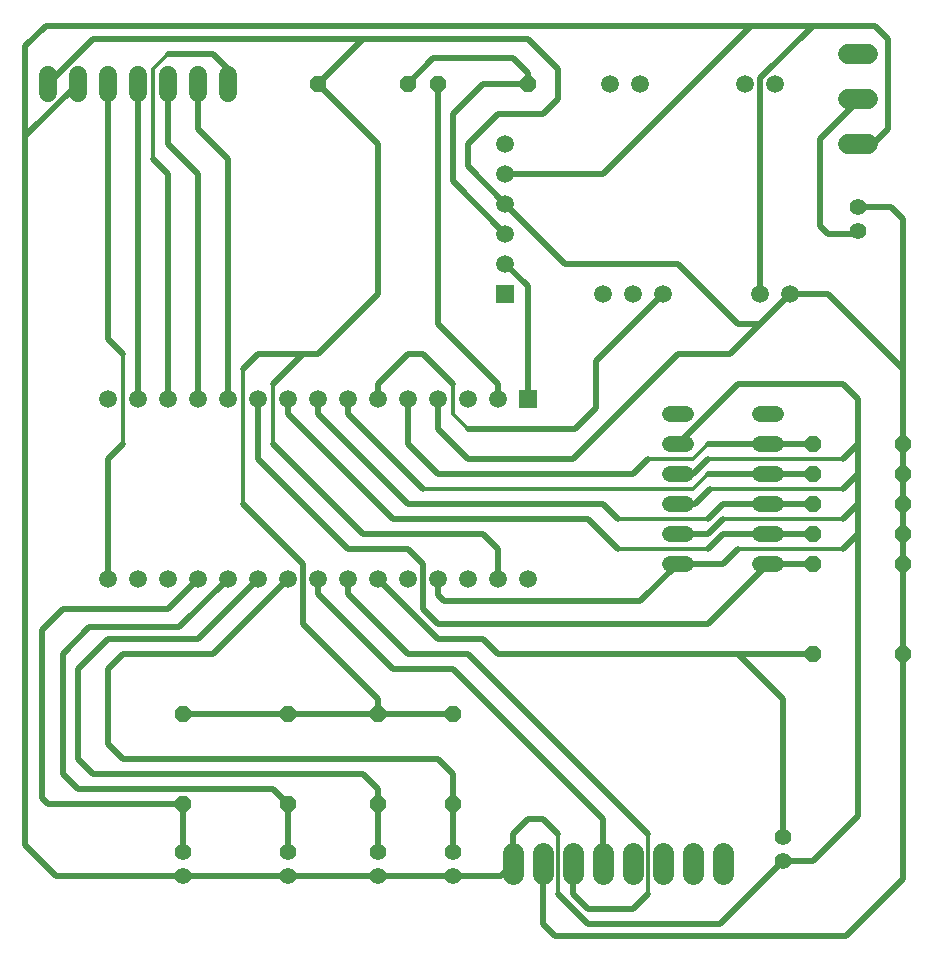
<source format=gbr>
G04 EAGLE Gerber RS-274X export*
G75*
%MOMM*%
%FSLAX34Y34*%
%LPD*%
%INBottom Copper*%
%IPPOS*%
%AMOC8*
5,1,8,0,0,1.08239X$1,22.5*%
G01*
%ADD10C,1.408000*%
%ADD11R,1.508000X1.508000*%
%ADD12C,1.508000*%
%ADD13P,1.429621X8X22.500000*%
%ADD14P,1.429621X8X202.500000*%
%ADD15P,1.429621X8X292.500000*%
%ADD16C,1.676400*%
%ADD17C,1.524000*%
%ADD18C,1.320800*%
%ADD19C,1.778000*%
%ADD20C,0.152400*%
%ADD21C,0.508000*%
%ADD22C,0.304800*%
%ADD23C,0.203200*%


D10*
X723900Y612300D03*
X723900Y632300D03*
X152400Y66200D03*
X152400Y86200D03*
X241300Y66200D03*
X241300Y86200D03*
X317500Y66200D03*
X317500Y86200D03*
X381000Y66200D03*
X381000Y86200D03*
X660400Y98900D03*
X660400Y78900D03*
D11*
X444500Y469900D03*
D12*
X419100Y469900D03*
X393700Y469900D03*
X368300Y469900D03*
X342900Y469900D03*
X317500Y469900D03*
X292100Y469900D03*
X266700Y469900D03*
X241300Y469900D03*
X215900Y469900D03*
X190500Y469900D03*
X165100Y469900D03*
X444500Y317500D03*
X419100Y317500D03*
X393700Y317500D03*
X368300Y317500D03*
X342900Y317500D03*
X317500Y317500D03*
X266700Y317500D03*
X241300Y317500D03*
X190500Y317500D03*
X165100Y317500D03*
X215900Y317500D03*
X292100Y317500D03*
X139700Y469900D03*
X114300Y469900D03*
X88900Y469900D03*
X139700Y317500D03*
X114300Y317500D03*
X88900Y317500D03*
D13*
X368300Y736600D03*
X444500Y736600D03*
D14*
X342900Y736600D03*
X266700Y736600D03*
D15*
X152400Y203200D03*
X152400Y127000D03*
X241300Y203200D03*
X241300Y127000D03*
X317500Y203200D03*
X317500Y127000D03*
X381000Y203200D03*
X381000Y127000D03*
D14*
X762000Y254000D03*
X685800Y254000D03*
D13*
X685800Y431800D03*
X762000Y431800D03*
X685800Y406400D03*
X762000Y406400D03*
X685800Y381000D03*
X762000Y381000D03*
D14*
X762000Y355600D03*
X685800Y355600D03*
D13*
X685800Y330200D03*
X762000Y330200D03*
D16*
X732282Y762000D02*
X715518Y762000D01*
X715518Y723900D02*
X732282Y723900D01*
X732282Y685800D02*
X715518Y685800D01*
D17*
X190500Y728980D02*
X190500Y744220D01*
X165100Y744220D02*
X165100Y728980D01*
X139700Y728980D02*
X139700Y744220D01*
X114300Y744220D02*
X114300Y728980D01*
X88900Y728980D02*
X88900Y744220D01*
X63500Y744220D02*
X63500Y728980D01*
X38100Y728980D02*
X38100Y744220D01*
D18*
X564896Y457200D02*
X578104Y457200D01*
X578104Y431800D02*
X564896Y431800D01*
X641096Y330200D02*
X654304Y330200D01*
X654304Y355600D02*
X641096Y355600D01*
X578104Y406400D02*
X564896Y406400D01*
X564896Y381000D02*
X578104Y381000D01*
X578104Y330200D02*
X564896Y330200D01*
X564896Y355600D02*
X578104Y355600D01*
X641096Y381000D02*
X654304Y381000D01*
X654304Y406400D02*
X641096Y406400D01*
X641096Y431800D02*
X654304Y431800D01*
X654304Y457200D02*
X641096Y457200D01*
D12*
X425450Y584200D03*
D11*
X425450Y558800D03*
D12*
X425450Y609600D03*
X425450Y635000D03*
X425450Y660400D03*
X425450Y685800D03*
D19*
X508000Y85090D02*
X508000Y67310D01*
X533400Y67310D02*
X533400Y85090D01*
X482600Y85090D02*
X482600Y67310D01*
X457200Y67310D02*
X457200Y85090D01*
X431800Y85090D02*
X431800Y67310D01*
X558800Y67310D02*
X558800Y85090D01*
X584200Y85090D02*
X584200Y67310D01*
X609600Y67310D02*
X609600Y85090D01*
D12*
X514350Y736600D03*
X539750Y736600D03*
X654050Y736600D03*
X628650Y736600D03*
X666750Y558800D03*
X641350Y558800D03*
X508000Y558800D03*
X533400Y558800D03*
X558800Y558800D03*
D20*
X660400Y254000D02*
X685800Y254000D01*
D21*
X622300Y254000D02*
X419100Y254000D01*
X622300Y254000D02*
X685800Y254000D01*
X406400Y266700D02*
X368300Y266700D01*
X317500Y317500D01*
X406400Y266700D02*
X419100Y254000D01*
X660400Y215900D02*
X660400Y98900D01*
X660400Y215900D02*
X622300Y254000D01*
X317500Y127000D02*
X317500Y86200D01*
X165100Y266700D02*
X215900Y317500D01*
X165100Y266700D02*
X88900Y266700D01*
X63500Y241300D01*
X63500Y165100D01*
X76200Y152400D01*
X304800Y152400D01*
X317500Y139700D01*
X317500Y127000D01*
X152400Y127000D02*
X152400Y86200D01*
X32766Y132230D02*
X32766Y274170D01*
X37996Y127000D02*
X152400Y127000D01*
X37996Y127000D02*
X32766Y132230D01*
X139700Y292100D02*
X165100Y317500D01*
X139700Y292100D02*
X50696Y292100D01*
X32766Y274170D01*
X241300Y127000D02*
X241300Y86200D01*
X241300Y127000D02*
X228600Y139700D01*
X63500Y139700D01*
X50800Y152400D01*
X50800Y254000D01*
X73152Y276352D01*
X149352Y276352D01*
X190500Y317500D01*
X266700Y317500D02*
X266700Y304672D01*
X330072Y241300D01*
X381000Y241300D02*
X508000Y114300D01*
X508000Y76200D01*
X381000Y241300D02*
X330072Y241300D01*
D20*
X292100Y316304D02*
X292100Y317500D01*
X482600Y76200D02*
X482600Y64205D01*
D21*
X393700Y254000D02*
X342900Y254000D01*
X292100Y304800D01*
X292100Y317500D01*
X482600Y76200D02*
X482600Y50800D01*
X495300Y38100D01*
X533400Y38100D01*
X546100Y50800D01*
D22*
X546100Y101600D01*
D21*
X393700Y254000D01*
X406400Y736600D02*
X444500Y736600D01*
X406400Y736600D02*
X381000Y711200D01*
X381000Y654050D02*
X425450Y609600D01*
X381000Y654050D02*
X381000Y711200D01*
X364490Y758190D02*
X431800Y758190D01*
X364490Y758190D02*
X342900Y736600D01*
X431800Y758190D02*
X444500Y745490D01*
X444500Y736600D01*
X368300Y533400D02*
X419100Y482600D01*
X368300Y533400D02*
X368300Y736600D01*
X419100Y482600D02*
X419100Y469900D01*
X444500Y565150D02*
X425450Y584200D01*
X444500Y565150D02*
X444500Y469900D01*
X381000Y127000D02*
X381000Y86200D01*
X177800Y254000D02*
X241300Y317500D01*
X177800Y254000D02*
X101600Y254000D01*
X88900Y241300D02*
X88900Y177800D01*
X101600Y165100D01*
X368300Y165100D01*
X381000Y152400D01*
X381000Y127000D01*
X101600Y254000D02*
X88900Y241300D01*
X152400Y203200D02*
X241300Y203200D01*
X317500Y203200D01*
X381000Y203200D01*
D20*
X760476Y328676D02*
X762000Y330200D01*
D21*
X762000Y355600D01*
X762000Y381000D01*
X762000Y406400D01*
X762000Y431800D01*
X317500Y215900D02*
X317500Y203200D01*
X317500Y215900D02*
X254000Y279400D01*
X762000Y254000D02*
X762000Y330200D01*
X762000Y254000D02*
X762000Y63500D01*
X467614Y14986D02*
X457200Y25400D01*
X457200Y76200D01*
X254000Y279400D02*
X254000Y330200D01*
X203200Y381000D01*
D22*
X203200Y495300D01*
D21*
X762000Y495300D02*
X762000Y431800D01*
X425450Y635000D02*
X393700Y666750D01*
X457200Y711200D02*
X469900Y723900D01*
X469900Y749300D01*
X444500Y774700D01*
X304800Y774700D01*
X266700Y736600D01*
X304800Y774700D02*
X76200Y774700D01*
X38100Y736600D01*
X266700Y736600D02*
X317500Y685800D01*
X317500Y558800D01*
X215900Y508000D02*
X203200Y495300D01*
X266700Y508000D02*
X317500Y558800D01*
X254000Y508000D02*
X215900Y508000D01*
X254000Y508000D02*
X266700Y508000D01*
X419100Y342900D02*
X419100Y317500D01*
X419100Y342900D02*
X406400Y355600D01*
X304800Y355600D02*
X228600Y431800D01*
D22*
X228600Y482600D01*
D21*
X254000Y508000D01*
X304800Y355600D02*
X406400Y355600D01*
X666750Y558800D02*
X698500Y558800D01*
X762000Y495300D01*
X476250Y584200D02*
X425450Y635000D01*
X641350Y533400D02*
X666750Y558800D01*
X571500Y584200D02*
X476250Y584200D01*
X571500Y584200D02*
X622300Y533400D01*
X641350Y533400D01*
X368300Y469900D02*
X368300Y444500D01*
X393700Y419100D01*
X482600Y419100D02*
X571500Y508000D01*
X615950Y508000D01*
X482600Y419100D02*
X393700Y419100D01*
X615950Y508000D02*
X641350Y533400D01*
X762000Y63500D02*
X713486Y14986D01*
X467614Y14986D01*
X723900Y632300D02*
X752000Y632300D01*
X762000Y622300D01*
X762000Y495300D01*
X419100Y711200D02*
X393700Y685800D01*
X419100Y711200D02*
X457200Y711200D01*
X393700Y685800D02*
X393700Y666750D01*
X241300Y66200D02*
X152400Y66200D01*
X241300Y66200D02*
X317500Y66200D01*
X381000Y66200D01*
X425450Y660400D02*
X508000Y660400D01*
X723900Y381000D02*
X723900Y355600D01*
X723900Y381000D02*
X723900Y406400D01*
X723900Y431800D01*
X584200Y406400D02*
X571500Y406400D01*
X711200Y419100D02*
X723900Y431800D01*
X586366Y381000D02*
X571500Y381000D01*
X711200Y393700D02*
X723900Y406400D01*
D23*
X584200Y355600D02*
X571500Y355600D01*
D20*
X584200Y355600D02*
X586366Y355600D01*
D21*
X711200Y368300D02*
X723900Y381000D01*
X609600Y330200D02*
X571500Y330200D01*
X711200Y342900D02*
X723900Y355600D01*
X152400Y66200D02*
X44911Y66200D01*
X18923Y92188D01*
D20*
X565023Y323723D02*
X571500Y330200D01*
D21*
X36322Y785622D02*
X18923Y768223D01*
X18923Y692023D01*
X18923Y92188D01*
X381000Y66200D02*
X421800Y66200D01*
X431800Y76200D01*
X660400Y78900D02*
X685800Y78900D01*
X660400Y78900D02*
X606900Y25400D01*
X495300Y25400D01*
X469900Y50800D01*
D22*
X469900Y101600D01*
D21*
X457200Y114300D01*
X444500Y114300D01*
X431800Y101600D01*
X431800Y76200D01*
X18923Y692023D02*
X63500Y736600D01*
X539623Y298323D02*
X571500Y330200D01*
X539623Y298323D02*
X373581Y298323D01*
X368300Y303604D02*
X368300Y317500D01*
X368300Y303604D02*
X373581Y298323D01*
X723900Y685800D02*
X736600Y685800D01*
X749300Y698500D01*
X749300Y774700D01*
X738378Y785622D01*
X633222Y785622D02*
X36322Y785622D01*
X633222Y785622D02*
X685800Y785622D01*
X738378Y785622D01*
X633222Y785622D02*
X508000Y660400D01*
X641350Y741172D02*
X641350Y558800D01*
X641350Y741172D02*
X685800Y785622D01*
D20*
X573666Y431800D02*
X571500Y431800D01*
D21*
X723900Y431800D02*
X723900Y469900D01*
X711200Y482600D01*
X622300Y482600D01*
X571500Y431800D01*
X723900Y117000D02*
X685800Y78900D01*
X723900Y117000D02*
X723900Y355600D01*
D22*
X711200Y342900D02*
X622300Y342900D01*
D21*
X609600Y330200D01*
X596900Y355600D02*
X584200Y355600D01*
X596900Y355600D02*
X609600Y368300D01*
D22*
X711200Y368300D01*
X711200Y393700D02*
X599066Y393700D01*
D21*
X586366Y381000D01*
X584200Y406400D02*
X596900Y419100D01*
D22*
X711200Y419100D01*
D21*
X685800Y330200D02*
X647700Y330200D01*
X596900Y279400D01*
X368300Y279400D02*
X355600Y292100D01*
X368300Y279400D02*
X596900Y279400D01*
X355600Y330200D02*
X342900Y342900D01*
X355600Y330200D02*
X355600Y292100D01*
X215900Y419100D02*
X215900Y469900D01*
X215900Y419100D02*
X292100Y342900D01*
X342900Y342900D01*
X647700Y406400D02*
X685800Y406400D01*
X292100Y457200D02*
X292100Y469900D01*
D22*
X584200Y393700D02*
X596900Y406400D01*
X584200Y393700D02*
X355600Y393700D01*
D21*
X596900Y406400D02*
X647700Y406400D01*
X355600Y393700D02*
X292100Y457200D01*
X139700Y469900D02*
X139700Y660400D01*
X190500Y736600D02*
X190500Y749300D01*
X177800Y762000D01*
X139700Y762000D01*
D22*
X127000Y749300D01*
X127000Y673100D01*
D21*
X139700Y660400D01*
X165100Y698500D02*
X190500Y673100D01*
X165100Y698500D02*
X165100Y736600D01*
X190500Y673100D02*
X190500Y469900D01*
X165100Y660400D02*
X139700Y685800D01*
X139700Y736600D01*
X165100Y660400D02*
X165100Y469900D01*
X114300Y469900D02*
X114300Y736600D01*
X88900Y419100D02*
X88900Y317500D01*
X88900Y419100D02*
X101600Y431800D01*
D22*
X101600Y508000D01*
D21*
X88900Y520700D01*
X88900Y736600D01*
X647700Y381000D02*
X685800Y381000D01*
X342900Y381000D02*
X266700Y457200D01*
X266700Y469900D01*
X342900Y381000D02*
X508000Y381000D01*
X596900Y368300D02*
X609600Y381000D01*
D22*
X596900Y368300D02*
X520700Y368300D01*
D21*
X609600Y381000D02*
X647700Y381000D01*
X520700Y368300D02*
X508000Y381000D01*
X647700Y355600D02*
X685800Y355600D01*
X330200Y368300D02*
X241300Y457200D01*
X241300Y469900D01*
X330200Y368300D02*
X495300Y368300D01*
X596900Y342900D02*
X609600Y355600D01*
D22*
X596900Y342900D02*
X520700Y342900D01*
D21*
X609600Y355600D02*
X647700Y355600D01*
X520700Y342900D02*
X495300Y368300D01*
X647700Y431800D02*
X685800Y431800D01*
X647700Y431800D02*
X596900Y431800D01*
X342900Y431800D02*
X342900Y469900D01*
X342900Y431800D02*
X368300Y406400D01*
D22*
X584200Y419100D02*
X596900Y431800D01*
D21*
X546100Y419100D02*
X533400Y406400D01*
D22*
X546100Y419100D02*
X584200Y419100D01*
D21*
X533400Y406400D02*
X368300Y406400D01*
D20*
X723900Y612300D02*
X723900Y619111D01*
X723900Y721969D02*
X723900Y723900D01*
D21*
X723900Y721969D02*
X692150Y690219D01*
X692150Y615950D02*
X698500Y609600D01*
X721200Y609600D01*
X723900Y612300D01*
X692150Y615950D02*
X692150Y690219D01*
X558800Y558800D02*
X501777Y501777D01*
X501777Y461957D01*
X484320Y444500D01*
D22*
X393700Y444500D02*
X381000Y457200D01*
X381000Y482600D01*
D21*
X355600Y508000D01*
X342900Y508000D02*
X317500Y482600D01*
X317500Y469900D01*
X393700Y444500D02*
X484320Y444500D01*
X355600Y508000D02*
X342900Y508000D01*
M02*

</source>
